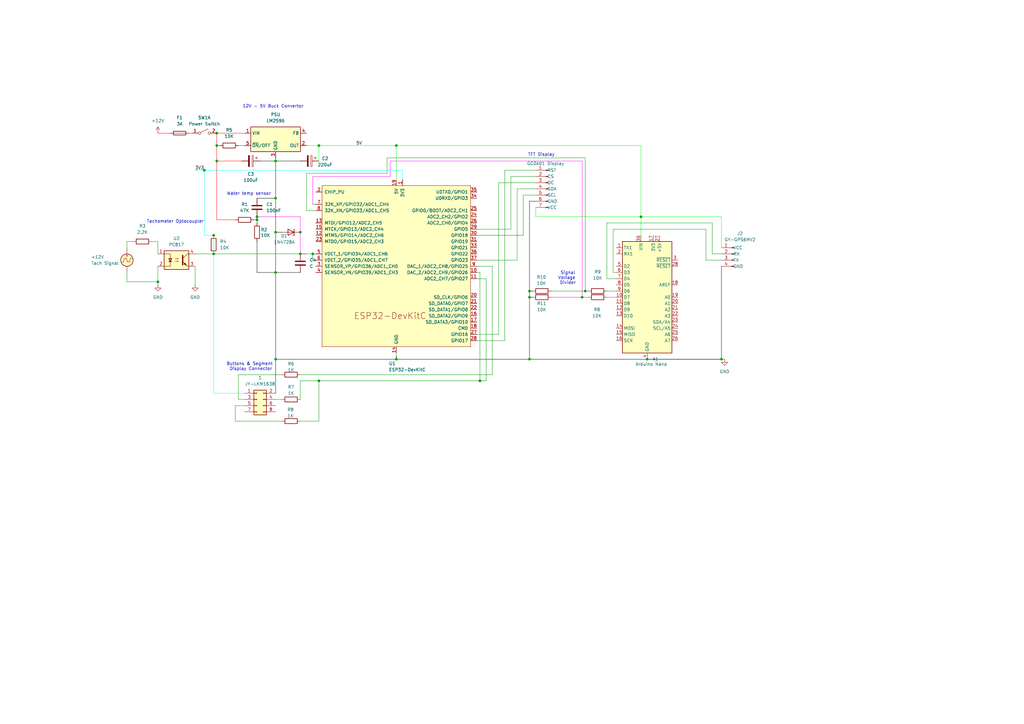
<source format=kicad_sch>
(kicad_sch (version 20250114) (generator "eeschema") (generator_version "9.0")
  (paper "A3")
  (title_block (title "Miata Dash") (date "2025-12-04") (rev "1"))
  (lib_symbols
    (symbol "Connector:Conn_01x04_Pin" (pin_names (offset 1.016))
      (property "Reference" "J2" (at 0.635 7.62 0))
      (property "Value" "GY-GPS6MV2" (at 0.635 5.08 0))
      (symbol "Conn_01x04_Pin_1_1"
        (rectangle (start 0.8636 2.667) (end 0 2.413) (stroke (width 0.1524)) (fill (type outline)))
        (rectangle (start 0.8636 0.127) (end 0 -0.127) (stroke (width 0.1524)) (fill (type outline)))
        (rectangle (start 0.8636 -2.413) (end 0 -2.667) (stroke (width 0.1524)) (fill (type outline)))
        (rectangle (start 0.8636 -4.953) (end 0 -5.207) (stroke (width 0.1524)) (fill (type outline)))
        (polyline (pts (xy 1.27 2.54) (xy 0.8636 2.54)) (stroke (width 0.1524)))
        (polyline (pts (xy 1.27 0) (xy 0.8636 0)) (stroke (width 0.1524)))
        (polyline (pts (xy 1.27 -2.54) (xy 0.8636 -2.54)) (stroke (width 0.1524)))
        (polyline (pts (xy 1.27 -5.08) (xy 0.8636 -5.08)) (stroke (width 0.1524)))
        (pin passive line (at 5.08 2.54 180) (length 3.81) (name "VCC") (number "1"))
        (pin passive line (at 5.08 0 180) (length 3.81) (name "RX") (number "2"))
        (pin passive line (at 5.08 -2.54 180) (length 3.81) (name "TX") (number "3"))
        (pin passive line (at 5.08 -5.08 180) (length 3.81) (name "GND") (number "4"))
      )
    )
    (symbol "Connector:Conn_01x07_Pin" (pin_names (offset 1.016))
      (property "Value" "GC0A01 Display" (at 0.635 10.16 0))
      (symbol "Conn_01x07_Pin_1_1"
        (rectangle (start 0.8636 7.747) (end 0 7.493) (stroke (width 0.1524)) (fill (type outline)))
        (rectangle (start 0.8636 5.207) (end 0 4.953) (stroke (width 0.1524)) (fill (type outline)))
        (rectangle (start 0.8636 2.667) (end 0 2.413) (stroke (width 0.1524)) (fill (type outline)))
        (rectangle (start 0.8636 0.127) (end 0 -0.127) (stroke (width 0.1524)) (fill (type outline)))
        (rectangle (start 0.8636 -2.413) (end 0 -2.667) (stroke (width 0.1524)) (fill (type outline)))
        (rectangle (start 0.8636 -4.953) (end 0 -5.207) (stroke (width 0.1524)) (fill (type outline)))
        (rectangle (start 0.8636 -7.493) (end 0 -7.747) (stroke (width 0.1524)) (fill (type outline)))
        (polyline (pts (xy 1.27 7.62) (xy 0.8636 7.62)) (stroke (width 0.1524)))
        (polyline (pts (xy 1.27 5.08) (xy 0.8636 5.08)) (stroke (width 0.1524)))
        (polyline (pts (xy 1.27 2.54) (xy 0.8636 2.54)) (stroke (width 0.1524)))
        (polyline (pts (xy 1.27 0) (xy 0.8636 0)) (stroke (width 0.1524)))
        (polyline (pts (xy 1.27 -2.54) (xy 0.8636 -2.54)) (stroke (width 0.1524)))
        (polyline (pts (xy 1.27 -5.08) (xy 0.8636 -5.08)) (stroke (width 0.1524)))
        (polyline (pts (xy 1.27 -7.62) (xy 0.8636 -7.62)) (stroke (width 0.1524)))
        (pin passive line (at 5.08 7.62 180) (length 3.81) (name "RST") (number "1"))
        (pin passive line (at 5.08 5.08 180) (length 3.81) (name "CS") (number "2"))
        (pin passive line (at 5.08 2.54 180) (length 3.81) (name "DC") (number "3"))
        (pin passive line (at 5.08 0 180) (length 3.81) (name "SDA") (number "4"))
        (pin passive line (at 5.08 -2.54 180) (length 3.81) (name "SCL") (number "5"))
        (pin passive line (at 5.08 -5.08 180) (length 3.81) (name "GND") (number "6"))
        (pin passive line (at 5.08 -7.62 180) (length 3.81) (name "VCC") (number "7"))
      )
    )
    (symbol "Device:C" (pin_numbers (hide yes)) (pin_names (offset 0.254))
      (property "Reference" "C" (at 0.635 2.54 0))
      (property "Value" "C" (at 0.635 -2.54 0))
      (symbol "C_0_1"
        (polyline (pts (xy -2.032 0.762) (xy 2.032 0.762)) (stroke (width 0.508)))
        (polyline (pts (xy -2.032 -0.762) (xy 2.032 -0.762)) (stroke (width 0.508)))
      )
      (symbol "C_1_1"
        (pin passive line (at 0 3.81 270) (length 2.794) (name "~") (number "1"))
        (pin passive line (at 0 -3.81 90) (length 2.794) (name "~") (number "2"))
      )
    )
    (symbol "Device:C_Polarized" (pin_numbers (hide yes)) (pin_names (offset 0.254))
      (property "Reference" "C" (at 0.635 2.54 0))
      (property "Value" "C_Polarized" (at 0.635 -2.54 0))
      (symbol "C_Polarized_0_1"
        (rectangle (start -2.286 0.508) (end 2.286 1.016))
        (polyline (pts (xy -1.778 2.286) (xy -0.762 2.286)))
        (polyline (pts (xy -1.27 2.794) (xy -1.27 1.778)))
        (rectangle (start 2.286 -0.508) (end -2.286 -1.016) (fill (type outline)))
      )
      (symbol "C_Polarized_1_1"
        (pin passive line (at 0 3.81 270) (length 2.794) (name "~") (number "1"))
        (pin passive line (at 0 -3.81 90) (length 2.794) (name "~") (number "2"))
      )
    )
    (symbol "Device:Fuse" (pin_numbers (hide yes)) (pin_names (offset 0))
      (property "Reference" "F" (at 2.032 0 90))
      (property "Value" "Fuse" (at -1.905 0 90))
      (symbol "Fuse_0_1"
        (rectangle (start -0.762 -2.54) (end 0.762 2.54) (stroke (width 0.254)))
        (polyline (pts (xy 0 2.54) (xy 0 -2.54)))
      )
      (symbol "Fuse_1_1"
        (pin passive line (at 0 3.81 270) (length 1.27) (name "~") (number "1"))
        (pin passive line (at 0 -3.81 90) (length 1.27) (name "~") (number "2"))
      )
    )
    (symbol "Device:R" (pin_numbers (hide yes)) (pin_names (offset 0))
      (property "Reference" "R" (at 2.032 0 90))
      (property "Value" "R" (at 0 0 90))
      (symbol "R_0_1"
        (rectangle (start -1.016 -2.54) (end 1.016 2.54) (stroke (width 0.254)))
      )
      (symbol "R_1_1"
        (pin passive line (at 0 3.81 270) (length 1.27) (name "~") (number "1"))
        (pin passive line (at 0 -3.81 90) (length 1.27) (name "~") (number "2"))
      )
    )
    (symbol "Diode:1N47xxA" (pin_numbers (hide yes)) (pin_names (hide yes))
      (property "Reference" "D" (at 0 2.54 0))
      (property "Value" "1N47xxA" (at 0 -2.54 0))
      (symbol "1N47xxA_0_1"
        (polyline (pts (xy -1.27 -1.27) (xy -1.27 1.27) (xy -0.762 1.27)) (stroke (width 0.254)))
        (polyline (pts (xy 1.27 0) (xy -1.27 0)))
        (polyline (pts (xy 1.27 -1.27) (xy 1.27 1.27) (xy -1.27 0) (xy 1.27 -1.27)) (stroke (width 0.254)))
      )
      (symbol "1N47xxA_1_1"
        (pin passive line (at -3.81 0 0) (length 2.54) (name "K") (number "1"))
        (pin passive line (at 3.81 0 180) (length 2.54) (name "A") (number "2"))
      )
    )
    (symbol "Isolator:PC817" (pin_names (offset 1.016))
      (property "Reference" "U" (at -5.08 5.08 0))
      (property "Value" "PC817" (at 0 5.08 0))
      (symbol "PC817_0_1"
        (rectangle (start -5.08 3.81) (end 5.08 -3.81) (stroke (width 0.254)) (fill (type background)))
        (polyline (pts (xy -5.08 2.54) (xy -2.54 2.54) (xy -2.54 -0.635)))
        (polyline (pts (xy -3.175 -0.635) (xy -1.905 -0.635)) (stroke (width 0.254)))
        (polyline (pts (xy -2.54 -0.635) (xy -2.54 -2.54) (xy -5.08 -2.54)))
        (polyline (pts (xy -2.54 -0.635) (xy -3.175 0.635) (xy -1.905 0.635) (xy -2.54 -0.635)) (stroke (width 0.254)))
        (polyline (pts (xy -0.508 0.508) (xy 0.762 0.508) (xy 0.381 0.381) (xy 0.381 0.635) (xy 0.762 0.508)))
        (polyline (pts (xy -0.508 -0.508) (xy 0.762 -0.508) (xy 0.381 -0.635) (xy 0.381 -0.381) (xy 0.762 -0.508)))
        (polyline (pts (xy 2.54 1.905) (xy 2.54 -1.905)) (stroke (width 0.508)))
        (polyline (pts (xy 2.54 0.635) (xy 4.445 2.54)))
        (polyline (pts (xy 3.048 -1.651) (xy 3.556 -1.143) (xy 4.064 -2.159) (xy 3.048 -1.651)) (fill (type outline)))
        (polyline (pts (xy 4.445 2.54) (xy 5.08 2.54)))
        (polyline (pts (xy 4.445 -2.54) (xy 2.54 -0.635)) (fill (type outline)))
        (polyline (pts (xy 4.445 -2.54) (xy 5.08 -2.54)))
      )
      (symbol "PC817_1_1"
        (pin passive line (at -7.62 2.54 0) (length 2.54) (name "~") (number "1"))
        (pin passive line (at -7.62 -2.54 0) (length 2.54) (name "~") (number "2"))
        (pin passive line (at 7.62 2.54 180) (length 2.54) (name "~") (number "4"))
        (pin passive line (at 7.62 -2.54 180) (length 2.54) (name "~") (number "3"))
      )
    )
    (symbol "MCU_Module:Arduino_Nano_Every"
      (property "Reference" "A" (at -10.16 23.495 0))
      (property "Value" "Arduino_Nano_Every" (at 5.08 -24.13 0))
      (symbol "Arduino_Nano_Every_0_1"
        (rectangle (start -10.16 22.86) (end 10.16 -22.86) (stroke (width 0.254)) (fill (type background)))
      )
      (symbol "Arduino_Nano_Every_1_1"
        (pin bidirectional line (at -12.7 20.32 0) (length 2.54) (name "TX1") (number "1"))
        (pin bidirectional line (at -12.7 17.78 0) (length 2.54) (name "RX1") (number "2"))
        (pin bidirectional line (at -12.7 12.7 0) (length 2.54) (name "D2") (number "5"))
        (pin bidirectional line (at -12.7 10.16 0) (length 2.54) (name "D3") (number "6"))
        (pin bidirectional line (at -12.7 7.62 0) (length 2.54) (name "D4") (number "7"))
        (pin bidirectional line (at -12.7 5.08 0) (length 2.54) (name "D5") (number "8"))
        (pin bidirectional line (at -12.7 2.54 0) (length 2.54) (name "D6") (number "9"))
        (pin bidirectional line (at -12.7 0 0) (length 2.54) (name "D7") (number "10"))
        (pin bidirectional line (at -12.7 -2.54 0) (length 2.54) (name "D8") (number "11"))
        (pin bidirectional line (at -12.7 -5.08 0) (length 2.54) (name "D9") (number "12"))
        (pin bidirectional line (at -12.7 -7.62 0) (length 2.54) (name "D10") (number "13"))
        (pin bidirectional line (at -12.7 -12.7 0) (length 2.54) (name "MOSI") (number "14"))
        (pin bidirectional line (at -12.7 -15.24 0) (length 2.54) (name "MISO") (number "15"))
        (pin bidirectional line (at -12.7 -17.78 0) (length 2.54) (name "SCK") (number "16"))
        (pin power_in line (at -2.54 25.4 270) (length 2.54) (name "VIN") (number "30"))
        (pin passive line (at 0 -25.4 90) (length 2.54) (hide yes) (name "GND") (number "29"))
        (pin power_in line (at 0 -25.4 90) (length 2.54) (name "GND") (number "4"))
        (pin power_out line (at 2.54 25.4 270) (length 2.54) (name "3V3") (number "17"))
        (pin power_out line (at 5.08 25.4 270) (length 2.54) (name "+5V") (number "27"))
        (pin input line (at 12.7 15.24 180) (length 2.54) (name "~{RESET}") (number "3"))
        (pin input line (at 12.7 12.7 180) (length 2.54) (name "~{RESET}") (number "28"))
        (pin input line (at 12.7 5.08 180) (length 2.54) (name "AREF") (number "18"))
        (pin bidirectional line (at 12.7 0 180) (length 2.54) (name "A0") (number "19"))
        (pin bidirectional line (at 12.7 -2.54 180) (length 2.54) (name "A1") (number "20"))
        (pin bidirectional line (at 12.7 -5.08 180) (length 2.54) (name "A2") (number "21"))
        (pin bidirectional line (at 12.7 -7.62 180) (length 2.54) (name "A3") (number "22"))
        (pin bidirectional line (at 12.7 -10.16 180) (length 2.54) (name "SDA/A4") (number "23"))
        (pin bidirectional line (at 12.7 -12.7 180) (length 2.54) (name "SCL/A5") (number "24"))
        (pin bidirectional line (at 12.7 -15.24 180) (length 2.54) (name "A6") (number "25"))
        (pin bidirectional line (at 12.7 -17.78 180) (length 2.54) (name "A7") (number "26"))
      )
    )
    (symbol "PCM_Espressif:ESP32-DevKitC" (pin_names (offset 1.016))
      (property "Reference" "U" (at -30.48 38.1 0))
      (property "Value" "ESP32-DevKitC" (at -30.48 35.56 0))
      (symbol "ESP32-DevKitC_0_0"
        (text "ESP32-DevKitC" (at -2.54 -20.32 0) (effects (font (size 2.54 2.54))))
        (pin power_in line (at 0 35.56 270) (length 2.54) (name "5V") (number "19"))
        (pin power_in line (at 0 -35.56 90) (length 2.54) (name "GND") (number "14"))
      )
      (symbol "ESP32-DevKitC_0_1"
        (rectangle (start -30.48 33.02) (end 30.48 -33.02) (fill (type background)))
      )
      (symbol "ESP32-DevKitC_1_1"
        (pin input line (at -33.02 30.48 0) (length 2.54) (name "CHIP_PU") (number "2"))
        (pin bidirectional line (at -33.02 25.4 0) (length 2.54) (name "32K_XP/GPIO32/ADC1_CH4") (number "7"))
        (pin bidirectional line (at -33.02 22.86 0) (length 2.54) (name "32K_XN/GPIO33/ADC1_CH5") (number "8"))
        (pin bidirectional line (at -33.02 17.78 0) (length 2.54) (name "MTDI/GPIO12/ADC2_CH5") (number "13"))
        (pin bidirectional line (at -33.02 15.24 0) (length 2.54) (name "MTCK/GPIO13/ADC2_CH4") (number "15"))
        (pin bidirectional line (at -33.02 12.7 0) (length 2.54) (name "MTMS/GPIO14/ADC2_CH6") (number "12"))
        (pin bidirectional line (at -33.02 10.16 0) (length 2.54) (name "MTDO/GPIO15/ADC2_CH3") (number "23"))
        (pin input line (at -33.02 5.08 0) (length 2.54) (name "VDET_1/GPIO34/ADC1_CH6") (number "5"))
        (pin input line (at -33.02 2.54 0) (length 2.54) (name "VDET_2/GPIO35/ADC1_CH7") (number "6"))
        (pin input line (at -33.02 0 0) (length 2.54) (name "SENSOR_VP/GPIO36/ADC1_CH0") (number "3"))
        (pin input line (at -33.02 -2.54 0) (length 2.54) (name "SENSOR_VN/GPIO39/ADC1_CH3") (number "4"))
        (pin passive line (at 0 -35.56 90) (length 2.54) (hide yes) (name "GND") (number "32"))
        (pin passive line (at 0 -35.56 90) (length 2.54) (hide yes) (name "GND") (number "38"))
        (pin power_in line (at 2.54 35.56 270) (length 2.54) (name "3V3") (number "1"))
        (pin bidirectional line (at 33.02 30.48 180) (length 2.54) (name "U0TXD/GPIO1") (number "35"))
        (pin bidirectional line (at 33.02 27.94 180) (length 2.54) (name "U0RXD/GPIO3") (number "34"))
        (pin bidirectional line (at 33.02 22.86 180) (length 2.54) (name "GPIO0/BOOT/ADC2_CH1") (number "25"))
        (pin bidirectional line (at 33.02 20.32 180) (length 2.54) (name "ADC2_CH2/GPIO2") (number "24"))
        (pin bidirectional line (at 33.02 17.78 180) (length 2.54) (name "ADC2_CH0/GPIO4") (number "26"))
        (pin bidirectional line (at 33.02 15.24 180) (length 2.54) (name "GPIO5") (number "29"))
        (pin bidirectional line (at 33.02 12.7 180) (length 2.54) (name "GPIO18") (number "30"))
        (pin bidirectional line (at 33.02 10.16 180) (length 2.54) (name "GPIO19") (number "31"))
        (pin bidirectional line (at 33.02 7.62 180) (length 2.54) (name "GPIO21") (number "33"))
        (pin bidirectional line (at 33.02 5.08 180) (length 2.54) (name "GPIO22") (number "36"))
        (pin bidirectional line (at 33.02 2.54 180) (length 2.54) (name "GPIO23") (number "37"))
        (pin bidirectional line (at 33.02 0 180) (length 2.54) (name "DAC_1/ADC2_CH8/GPIO25") (number "9"))
        (pin bidirectional line (at 33.02 -2.54 180) (length 2.54) (name "DAC_2/ADC2_CH9/GPIO26") (number "10"))
        (pin bidirectional line (at 33.02 -5.08 180) (length 2.54) (name "ADC2_CH7/GPIO27") (number "11"))
        (pin bidirectional line (at 33.02 -12.7 180) (length 2.54) (name "SD_CLK/GPIO6") (number "20"))
        (pin bidirectional line (at 33.02 -15.24 180) (length 2.54) (name "SD_DATA0/GPIO7") (number "21"))
        (pin bidirectional line (at 33.02 -17.78 180) (length 2.54) (name "SD_DATA1/GPIO8") (number "22"))
        (pin bidirectional line (at 33.02 -20.32 180) (length 2.54) (name "SD_DATA2/GPIO9") (number "16"))
        (pin bidirectional line (at 33.02 -22.86 180) (length 2.54) (name "SD_DATA3/GPIO10") (number "17"))
        (pin bidirectional line (at 33.02 -25.4 180) (length 2.54) (name "CMD") (number "18"))
        (pin bidirectional line (at 33.02 -27.94 180) (length 2.54) (name "GPIO16") (number "27"))
        (pin bidirectional line (at 33.02 -30.48 180) (length 2.54) (name "GPIO17") (number "28"))
      )
    )
    (symbol "Regulator_Switching:LM2596S-5"
      (property "Reference" "U" (at -10.16 6.35 0))
      (property "Value" "LM2596S-5" (at 0 6.35 0))
      (symbol "LM2596S-5_0_1"
        (rectangle (start -10.16 5.08) (end 10.16 -5.08) (stroke (width 0.254)) (fill (type background)))
      )
      (symbol "LM2596S-5_1_1"
        (pin power_in line (at -12.7 2.54 0) (length 2.54) (name "VIN") (number "1"))
        (pin input line (at -12.7 -2.54 0) (length 2.54) (name "~{ON}/OFF") (number "5"))
        (pin power_in line (at 0 -7.62 90) (length 2.54) (name "GND") (number "3"))
        (pin input line (at 12.7 2.54 180) (length 2.54) (name "FB") (number "4"))
        (pin output line (at 12.7 -2.54 180) (length 2.54) (name "OUT") (number "2"))
      )
    )
    (symbol "Simulation_SPICE:VPULSE" (pin_numbers (hide yes)) (pin_names (offset 0.0254))
      (property "Reference" "V" (at 2.54 2.54 0))
      (property "Value" "VPULSE" (at 2.54 0 0))
      (property "Sim.Params" "y1=0 y2=1 td=2n tr=2n tf=2n tw=50n per=100n" (at 2.54 -2.54 0))
      (symbol "VPULSE_0_0"
        (polyline (pts (xy -2.032 -0.762) (xy -1.397 -0.762) (xy -1.143 0.762) (xy -0.127 0.762) (xy 0.127 -0.762) (xy 1.143 -0.762) (xy 1.397 0.762) (xy 2.032 0.762)))
        (text "+" (at 0 1.905 0) (effects (font (size 1.27 1.27))))
      )
      (symbol "VPULSE_0_1"
        (circle (center 0 0) (radius 2.54) (stroke (width 0.254)) (fill (type background)))
      )
      (symbol "VPULSE_1_1"
        (pin passive line (at 0 5.08 270) (length 2.54) (name "~") (number "1"))
        (pin passive line (at 0 -5.08 90) (length 2.54) (name "~") (number "2"))
      )
    )
    (symbol "Switch:SW_DPST_x2" (pin_names (offset 0) (hide yes))
      (property "Reference" "SW" (at 0 3.175 0))
      (property "Value" "SW_DPST_x2" (at 0 -2.54 0))
      (symbol "SW_DPST_x2_0_0"
        (circle (center -2.032 0) (radius 0.508))
        (polyline (pts (xy -1.524 0.254) (xy 1.524 1.778)))
        (circle (center 2.032 0) (radius 0.508))
      )
      (symbol "SW_DPST_x2_1_1"
        (pin passive line (at -5.08 0 0) (length 2.54) (name "A") (number "1"))
        (pin passive line (at 5.08 0 180) (length 2.54) (name "B") (number "2"))
      )
      (symbol "SW_DPST_x2_2_1"
        (pin passive line (at -5.08 0 0) (length 2.54) (name "A") (number "3"))
        (pin passive line (at 5.08 0 180) (length 2.54) (name "B") (number "4"))
      )
    )
    (symbol "User:JY-LKM1638" (pin_names (offset 1.016) (hide yes))
      (property "Value" "JY-LKM1638" (at 1.27 -7.62 0))
      (symbol "JY-LKM1638_1_1"
        (rectangle (start -1.27 3.81) (end 3.81 -6.35) (stroke (width 0.254)) (fill (type background)))
        (rectangle (start -1.27 2.667) (end 0 2.413) (stroke (width 0.1524)))
        (rectangle (start -1.27 0.127) (end 0 -0.127) (stroke (width 0.1524)))
        (rectangle (start -1.27 -2.413) (end 0 -2.667) (stroke (width 0.1524)))
        (rectangle (start -1.27 -4.953) (end 0 -5.207) (stroke (width 0.1524)))
        (rectangle (start 3.81 2.667) (end 2.54 2.413) (stroke (width 0.1524)))
        (rectangle (start 3.81 0.127) (end 2.54 -0.127) (stroke (width 0.1524)))
        (rectangle (start 3.81 -2.413) (end 2.54 -2.667) (stroke (width 0.1524)))
        (rectangle (start 3.81 -4.953) (end 2.54 -5.207) (stroke (width 0.1524)))
        (pin passive line (at -5.08 2.54 0) (length 3.81) (name "VCC") (number "1"))
        (pin passive line (at -5.08 0 0) (length 3.81) (name "CLK") (number "3"))
        (pin passive line (at -5.08 -2.54 0) (length 3.81) (name "STB0") (number "5"))
        (pin passive line (at -5.08 -5.08 0) (length 3.81) (name "STB3") (number "7"))
        (pin passive line (at 7.62 2.54 180) (length 3.81) (name "GND") (number "2"))
        (pin passive line (at 7.62 0 180) (length 3.81) (name "DIO") (number "4"))
        (pin passive line (at 7.62 -2.54 180) (length 3.81) (name "STB1") (number "6"))
        (pin passive line (at 7.62 -5.08 180) (length 3.81) (name "STB2") (number "8"))
      )
    )
    (symbol "power:+12V" (power) (pin_numbers (hide yes)) (pin_names (offset 0) (hide yes))
      (property "Value" "+12V" (at 0 3.556 0))
      (symbol "+12V_0_1"
        (polyline (pts (xy -0.762 1.27) (xy 0 2.54)))
        (polyline (pts (xy 0 2.54) (xy 0.762 1.27)))
        (polyline (pts (xy 0 0) (xy 0 2.54)))
      )
      (symbol "+12V_1_1"
        (pin power_in line (at 0 0 90) (length 0) (name "~") (number "1"))
      )
    )
    (symbol "power:GND" (power) (pin_numbers (hide yes)) (pin_names (offset 0) (hide yes))
      (property "Value" "GND" (at 0 -3.81 0))
      (symbol "GND_0_1"
        (polyline (pts (xy 0 0) (xy 0 -1.27) (xy 1.27 -1.27) (xy 0 -2.54) (xy -1.27 -1.27) (xy 0 -1.27)))
      )
      (symbol "GND_1_1"
        (pin power_in line (at 0 0 270) (length 0) (name "~") (number "1"))
      )
    )
  )
  (text "Buttons & Segment \nDisplay Connector" (at 102.87 150.368 0) (effects (font (size 1.27 1.27))))
  (text "Tachometer Optocoupler" (at 71.882 90.932 0) (effects (font (size 1.27 1.27))))
  (text "TFT Display" (at 221.996 63.5 0) (effects (font (size 1.27 1.27))))
  (text "12V - 5V Buck Convertor" (at 112.014 43.688 0) (effects (font (size 1.27 1.27))))
  (text "Water temp sensor" (at 102.108 79.502 0) (effects (font (size 1.27 1.27))))
  (text "Signal\nVoltage \nDivider" (at 232.918 114.046 0) (effects (font (size 1.27 1.27))))
  (junction (at 113.03 81.28))
  (junction (at 113.03 111.76))
  (junction (at 130.81 59.69))
  (junction (at 88.9 54.61))
  (junction (at 83.82 69.85))
  (junction (at 128.27 104.14))
  (junction (at 123.19 104.14))
  (junction (at 217.17 119.38))
  (junction (at 265.43 147.32))
  (junction (at 105.41 90.17))
  (junction (at 217.17 147.32))
  (junction (at 123.19 95.25))
  (junction (at 88.9 66.04))
  (junction (at 113.03 66.04))
  (junction (at 87.63 96.52))
  (junction (at 162.56 147.32))
  (junction (at 196.85 156.21))
  (junction (at 240.03 119.38))
  (junction (at 105.41 88.9))
  (junction (at 88.9 59.69))
  (junction (at 87.63 104.14))
  (junction (at 295.91 147.32))
  (junction (at 64.77 115.57))
  (junction (at 113.03 147.32))
  (junction (at 262.89 88.9))
  (junction (at 217.17 121.92))
  (junction (at 113.03 95.25))
  (junction (at 238.76 121.92))
  (junction (at 162.56 59.69))
  (junction (at 130.81 156.21))
  (wire (pts (xy 207.01 69.85) (xy 207.01 139.7)))
  (wire (pts (xy 212.09 106.68) (xy 195.58 106.68)))
  (wire (pts (xy 248.92 119.38) (xy 252.73 119.38)))
  (wire (pts (xy 88.9 90.17) (xy 96.52 90.17)) (stroke (width 0) (color 255 0 0 1)))
  (wire (pts (xy 64.77 99.06) (xy 62.23 99.06)))
  (wire (pts (xy 158.75 71.12) (xy 158.75 64.77)))
  (wire (pts (xy 238.76 66.04) (xy 238.76 121.92)) (stroke (width 0) (color 255 0 255 1)))
  (wire (pts (xy 88.9 59.69) (xy 88.9 54.61)) (stroke (width 0) (color 255 0 0 1)))
  (wire (pts (xy 219.71 82.55) (xy 217.17 82.55)) (stroke (width 0) (color 0 0 0 1)))
  (wire (pts (xy 212.09 77.47) (xy 212.09 106.68)))
  (wire (pts (xy 219.71 88.9) (xy 219.71 85.09)) (stroke (width 0) (color 0 255 0 1)))
  (wire (pts (xy 88.9 66.04) (xy 99.06 66.04)) (stroke (width 0) (color 255 0 0 1)))
  (wire (pts (xy 97.79 153.67) (xy 115.57 153.67)))
  (wire (pts (xy 295.91 147.32) (xy 265.43 147.32)))
  (wire (pts (xy 113.03 147.32) (xy 113.03 161.29)) (stroke (width 0) (color 0 0 0 1)))
  (wire (pts (xy 219.71 77.47) (xy 212.09 77.47)))
  (wire (pts (xy 123.19 104.14) (xy 128.27 104.14)))
  (wire (pts (xy 226.06 121.92) (xy 238.76 121.92)) (stroke (width 0) (color 255 0 255 1)))
  (wire (pts (xy 113.03 111.76) (xy 113.03 147.32)) (stroke (width 0) (color 0 0 0 1)))
  (wire (pts (xy 123.19 88.9) (xy 123.19 95.25)) (stroke (width 0) (color 255 0 255 1)))
  (wire (pts (xy 97.79 59.69) (xy 100.33 59.69)))
  (wire (pts (xy 87.63 96.52) (xy 83.82 96.52)) (stroke (width 0) (color 0 255 255 1)))
  (wire (pts (xy 87.63 104.14) (xy 123.19 104.14)))
  (wire (pts (xy 128.27 83.82) (xy 128.27 72.39)) (stroke (width 0) (color 255 0 255 1)))
  (wire (pts (xy 113.03 111.76) (xy 123.19 111.76)) (stroke (width 0) (color 0 0 0 1)))
  (wire (pts (xy 77.47 54.61) (xy 78.74 54.61)) (stroke (width 0) (color 255 0 0 1)))
  (wire (pts (xy 113.03 66.04) (xy 113.03 81.28)) (stroke (width 0) (color 0 0 0 1)))
  (wire (pts (xy 240.03 64.77) (xy 240.03 119.38)))
  (wire (pts (xy 113.03 95.25) (xy 113.03 81.28)) (stroke (width 0) (color 0 0 0 1)))
  (wire (pts (xy 96.52 172.72) (xy 96.52 166.37)))
  (wire (pts (xy 204.47 74.93) (xy 204.47 137.16)))
  (wire (pts (xy 88.9 54.61) (xy 100.33 54.61)) (stroke (width 0) (color 255 0 0 1)))
  (wire (pts (xy 240.03 119.38) (xy 241.3 119.38)))
  (wire (pts (xy 199.39 114.3) (xy 199.39 156.21)))
  (wire (pts (xy 248.92 121.92) (xy 252.73 121.92)) (stroke (width 0) (color 255 0 255 1)))
  (wire (pts (xy 217.17 147.32) (xy 265.43 147.32)) (stroke (width 0) (color 0 0 0 1)))
  (wire (pts (xy 97.79 163.83) (xy 100.33 163.83)))
  (wire (pts (xy 251.46 93.98) (xy 251.46 111.76)))
  (wire (pts (xy 113.03 64.77) (xy 113.03 66.04)) (stroke (width 0) (color 0 0 0 1)))
  (wire (pts (xy 125.73 86.36) (xy 125.73 71.12)))
  (wire (pts (xy 248.92 114.3) (xy 252.73 114.3)))
  (wire (pts (xy 105.41 90.17) (xy 105.41 88.9)))
  (wire (pts (xy 295.91 104.14) (xy 292.1 104.14)))
  (wire (pts (xy 64.77 54.61) (xy 69.85 54.61)) (stroke (width 0) (color 255 0 0 1)))
  (wire (pts (xy 52.07 111.76) (xy 52.07 115.57)))
  (wire (pts (xy 123.19 172.72) (xy 130.81 172.72)))
  (wire (pts (xy 129.54 104.14) (xy 128.27 104.14)))
  (wire (pts (xy 219.71 72.39) (xy 209.55 72.39)))
  (wire (pts (xy 123.19 156.21) (xy 123.19 163.83)))
  (wire (pts (xy 292.1 91.44) (xy 248.92 91.44)))
  (wire (pts (xy 115.57 95.25) (xy 113.03 95.25)) (stroke (width 0) (color 0 0 0 1)))
  (wire (pts (xy 262.89 59.69) (xy 262.89 88.9)) (stroke (width 0) (color 0 255 0 1)))
  (wire (pts (xy 96.52 172.72) (xy 115.57 172.72)))
  (wire (pts (xy 226.06 119.38) (xy 240.03 119.38)))
  (wire (pts (xy 251.46 111.76) (xy 252.73 111.76)))
  (wire (pts (xy 80.01 69.85) (xy 83.82 69.85)) (stroke (width 0) (color 0 255 255 1)))
  (wire (pts (xy 52.07 101.6) (xy 52.07 99.06)))
  (wire (pts (xy 218.44 119.38) (xy 217.17 119.38)) (stroke (width 0) (color 0 0 0 1)))
  (wire (pts (xy 209.55 72.39) (xy 209.55 93.98)))
  (wire (pts (xy 162.56 147.32) (xy 217.17 147.32)) (stroke (width 0) (color 0 0 0 1)))
  (wire (pts (xy 160.02 72.39) (xy 160.02 66.04)) (stroke (width 0) (color 255 0 255 1)))
  (wire (pts (xy 105.41 88.9) (xy 105.41 90.17)) (stroke (width 0) (color 255 0 237 1)))
  (wire (pts (xy 162.56 59.69) (xy 162.56 73.66)) (stroke (width 0) (color 0 255 0 1)))
  (wire (pts (xy 64.77 99.06) (xy 64.77 104.14)))
  (wire (pts (xy 83.82 69.85) (xy 83.82 96.52)) (stroke (width 0) (color 0 255 255 1)))
  (wire (pts (xy 105.41 99.06) (xy 105.41 111.76)) (stroke (width 0) (color 0 0 0 1)))
  (wire (pts (xy 83.82 69.85) (xy 165.1 69.85)) (stroke (width 0) (color 0 255 255 1)))
  (wire (pts (xy 195.58 137.16) (xy 204.47 137.16)))
  (wire (pts (xy 106.68 66.04) (xy 113.03 66.04)) (stroke (width 0) (color 0 0 0 1)))
  (wire (pts (xy 295.91 88.9) (xy 295.91 101.6)) (stroke (width 0) (color 0 255 0 1)))
  (wire (pts (xy 219.71 69.85) (xy 207.01 69.85)))
  (wire (pts (xy 123.19 153.67) (xy 201.93 153.67)))
  (wire (pts (xy 125.73 59.69) (xy 130.81 59.69)) (stroke (width 0) (color 0 255 0 1)))
  (wire (pts (xy 97.79 153.67) (xy 97.79 163.83)))
  (wire (pts (xy 113.03 163.83) (xy 115.57 163.83)))
  (wire (pts (xy 105.41 111.76) (xy 113.03 111.76)) (stroke (width 0) (color 0 0 0 1)))
  (wire (pts (xy 130.81 66.04) (xy 130.81 59.69)) (stroke (width 0) (color 0 255 0 1)))
  (wire (pts (xy 214.63 80.01) (xy 214.63 96.52)))
  (wire (pts (xy 217.17 119.38) (xy 217.17 121.92)) (stroke (width 0) (color 0 0 0 1)))
  (wire (pts (xy 123.19 156.21) (xy 130.81 156.21)))
  (wire (pts (xy 217.17 121.92) (xy 217.17 147.32)) (stroke (width 0) (color 0 0 0 1)))
  (wire (pts (xy 248.92 91.44) (xy 248.92 114.3)))
  (wire (pts (xy 87.63 104.14) (xy 87.63 161.29)) (stroke (width 0) (color 0 255 255 1)))
  (wire (pts (xy 104.14 90.17) (xy 105.41 90.17)))
  (wire (pts (xy 113.03 147.32) (xy 162.56 147.32)) (stroke (width 0) (color 0 0 0 1)))
  (wire (pts (xy 105.41 88.9) (xy 123.19 88.9)) (stroke (width 0) (color 255 0 237 1)))
  (wire (pts (xy 297.18 147.32) (xy 295.91 147.32)))
  (wire (pts (xy 196.85 156.21) (xy 199.39 156.21)))
  (wire (pts (xy 295.91 147.32) (xy 295.91 109.22)) (stroke (width 0) (color 0 0 0 1)))
  (wire (pts (xy 262.89 88.9) (xy 262.89 96.52)) (stroke (width 0) (color 0 255 0 1)))
  (wire (pts (xy 160.02 66.04) (xy 238.76 66.04)) (stroke (width 0) (color 255 0 255 1)))
  (wire (pts (xy 64.77 109.22) (xy 64.77 115.57)))
  (wire (pts (xy 130.81 156.21) (xy 196.85 156.21)))
  (wire (pts (xy 52.07 115.57) (xy 64.77 115.57)))
  (wire (pts (xy 129.54 83.82) (xy 128.27 83.82)))
  (wire (pts (xy 87.63 161.29) (xy 100.33 161.29)) (stroke (width 0) (color 0 255 255 1)))
  (wire (pts (xy 196.85 156.21) (xy 196.85 111.76)))
  (wire (pts (xy 217.17 82.55) (xy 217.17 119.38)) (stroke (width 0) (color 0 0 0 1)))
  (wire (pts (xy 128.27 106.68) (xy 128.27 104.14)))
  (wire (pts (xy 218.44 121.92) (xy 217.17 121.92)) (stroke (width 0) (color 0 0 0 1)))
  (wire (pts (xy 238.76 121.92) (xy 241.3 121.92)) (stroke (width 0) (color 255 0 255 1)))
  (wire (pts (xy 209.55 93.98) (xy 195.58 93.98)))
  (wire (pts (xy 292.1 104.14) (xy 292.1 91.44)))
  (wire (pts (xy 123.19 104.14) (xy 125.73 104.14)) (stroke (width 0) (color 255 0 255 1)))
  (wire (pts (xy 88.9 59.69) (xy 90.17 59.69)) (stroke (width 0) (color 255 0 0 1)))
  (wire (pts (xy 195.58 114.3) (xy 199.39 114.3)))
  (wire (pts (xy 262.89 88.9) (xy 295.91 88.9)) (stroke (width 0) (color 0 255 0 1)))
  (wire (pts (xy 162.56 59.69) (xy 262.89 59.69)) (stroke (width 0) (color 0 255 0 1)))
  (wire (pts (xy 105.41 81.28) (xy 113.03 81.28)) (stroke (width 0) (color 0 0 0 1)))
  (wire (pts (xy 88.9 59.69) (xy 88.9 66.04)) (stroke (width 0) (color 255 0 0 1)))
  (wire (pts (xy 130.81 172.72) (xy 130.81 156.21)))
  (wire (pts (xy 165.1 69.85) (xy 165.1 73.66)) (stroke (width 0) (color 0 255 255 1)))
  (wire (pts (xy 162.56 147.32) (xy 162.56 146.05)) (stroke (width 0) (color 0 0 0 1)))
  (wire (pts (xy 201.93 153.67) (xy 201.93 109.22)))
  (wire (pts (xy 204.47 74.93) (xy 219.71 74.93)))
  (wire (pts (xy 158.75 64.77) (xy 240.03 64.77)))
  (wire (pts (xy 262.89 88.9) (xy 219.71 88.9)) (stroke (width 0) (color 0 255 0 1)))
  (wire (pts (xy 162.56 144.78) (xy 162.56 147.32)))
  (wire (pts (xy 113.03 66.04) (xy 123.19 66.04)) (stroke (width 0) (color 0 0 0 1)))
  (wire (pts (xy 125.73 71.12) (xy 158.75 71.12)))
  (wire (pts (xy 87.63 96.52) (xy 87.63 104.14)) (stroke (width 0) (color 0 255 255 1)))
  (wire (pts (xy 289.56 106.68) (xy 289.56 93.98)))
  (wire (pts (xy 265.43 147.32) (xy 295.91 147.32)) (stroke (width 0) (color 0 0 0 1)))
  (wire (pts (xy 129.54 106.68) (xy 128.27 106.68)))
  (wire (pts (xy 80.01 109.22) (xy 80.01 116.84)))
  (wire (pts (xy 219.71 80.01) (xy 214.63 80.01)))
  (wire (pts (xy 129.54 86.36) (xy 125.73 86.36)))
  (wire (pts (xy 207.01 139.7) (xy 195.58 139.7)))
  (wire (pts (xy 123.19 95.25) (xy 123.19 104.14)) (stroke (width 0) (color 255 0 255 1)))
  (wire (pts (xy 96.52 166.37) (xy 100.33 166.37)))
  (wire (pts (xy 105.41 90.17) (xy 105.41 91.44)))
  (wire (pts (xy 295.91 106.68) (xy 289.56 106.68)))
  (wire (pts (xy 195.58 96.52) (xy 214.63 96.52)))
  (wire (pts (xy 113.03 95.25) (xy 113.03 111.76)) (stroke (width 0) (color 0 0 0 1)))
  (wire (pts (xy 195.58 109.22) (xy 201.93 109.22)))
  (wire (pts (xy 196.85 111.76) (xy 195.58 111.76)))
  (wire (pts (xy 130.81 59.69) (xy 162.56 59.69)) (stroke (width 0) (color 0 255 0 1)))
  (wire (pts (xy 64.77 115.57) (xy 64.77 116.84)))
  (wire (pts (xy 52.07 99.06) (xy 54.61 99.06)))
  (wire (pts (xy 88.9 66.04) (xy 88.9 90.17)) (stroke (width 0) (color 255 0 0 1)))
  (wire (pts (xy 128.27 72.39) (xy 160.02 72.39)) (stroke (width 0) (color 255 0 255 1)))
  (wire (pts (xy 80.01 104.14) (xy 87.63 104.14)))
  (wire (pts (xy 289.56 93.98) (xy 251.46 93.98)))
  (label "3V3" (at 80.01 69.85 0))
  (label "5V" (at 146.05 59.69 0))
  (symbol (lib_id "Device:R") (at 93.98 59.69 270) (unit 1)
    (property "Reference" "R5" (at 93.98 53.34 90))
    (property "Value" "10K" (at 93.98 55.88 90))
    (property "Description" "Resistor" (effects (hide yes)))
  )
  (symbol (lib_id "power:GND") (at 297.18 147.32 0) (unit 1)
    (property "Reference" "#PWR01" (effects (hide yes)))
    (property "Value" "GND" (at 297.18 152.4 0))
    (property "Description" "Power symbol creates a global label with name \"GND\" , ground" (effects (hide yes)))
  )
  (symbol (lib_id "Device:R") (at 222.25 121.92 90) (unit 1)
    (property "Reference" "R11" (at 220.218 124.46 90) (effects (justify right)))
    (property "Value" "10K" (at 220.218 127 90) (effects (justify right)))
    (property "Description" "Resistor" (effects (hide yes)))
  )
  (symbol (lib_id "Device:R") (at 222.25 119.38 90) (unit 1)
    (property "Reference" "R10" (at 220.091 113.665 90) (effects (justify right)))
    (property "Value" "10K" (at 220.091 116.205 90) (effects (justify right)))
    (property "Description" "Resistor" (effects (hide yes)))
  )
  (symbol (lib_id "Device:R") (at 245.11 119.38 270) (unit 1)
    (property "Reference" "R9" (at 245.11 111.506 90))
    (property "Value" "10K" (at 245.11 114.046 90))
    (property "Description" "Resistor" (effects (hide yes)))
  )
  (symbol (lib_id "Isolator:PC817") (at 72.39 106.68 0) (unit 1)
    (property "Reference" "U2" (at 72.39 97.79 0))
    (property "Value" "PC817" (at 72.39 100.33 0))
    (property "Footprint" "Package_DIP:DIP-4_W7.62mm" (effects (hide yes)))
    (property "Datasheet" "http://www.soselectronic.cz/a_info/resource/d/pc817.pdf" (effects (hide yes)))
    (property "Description" "DC Optocoupler, Vce 35V, CTR 50-300%, DIP-4" (effects (hide yes)))
  )
  (symbol (lib_id "Regulator_Switching:LM2596S-5") (at 113.03 57.15 0) (unit 1)
    (property "Reference" "PSU" (at 113.03 46.99 0))
    (property "Value" "LM2596" (at 113.03 49.53 0))
    (property "Footprint" "Package_TO_SOT_SMD:TO-263-5_TabPin3" (effects (hide yes)))
    (property "Datasheet" "http://www.ti.com/lit/ds/symlink/lm2596.pdf" (effects (hide yes)))
    (property "Description" "5V 3A Step-Down Voltage Regulator, TO-263" (effects (hide yes)))
  )
  (symbol (lib_id "Device:Fuse") (at 73.66 54.61 270) (unit 1)
    (property "Reference" "F1" (at 73.66 48.26 90))
    (property "Value" "3A" (at 73.66 50.8 90))
    (property "Description" "Fuse" (effects (hide yes)))
  )
  (symbol (lib_id "Device:R") (at 119.38 163.83 90) (unit 1)
    (property "Reference" "R7" (at 119.38 158.75 90))
    (property "Value" "1K" (at 119.38 161.29 90))
    (property "Description" "Resistor" (effects (hide yes)))
  )
  (symbol (lib_id "Connector:Conn_01x04_Pin") (at 300.99 104.14 0) (mirror y) (unit 1)
    (property "Reference" "J2" (at 303.53 95.758 0))
    (property "Value" "GY-GPS6MV2" (at 303.53 98.298 0))
    (property "Description" "Generic connector, single row, 01x04, script generated" (effects (hide yes)))
  )
  (symbol (lib_id "MCU_Module:Arduino_Nano_Every") (at 265.43 121.92 0) (unit 1)
    (property "Reference" "A1" (at 267.5733 147.32 0) (effects (justify left)))
    (property "Value" "Arduino Nano" (at 260.604 149.352 0) (effects (justify left)))
    (property "Footprint" "Module:Arduino_Nano" (effects (hide yes)))
    (property "Datasheet" "https://content.arduino.cc/assets/NANOEveryV3.0_sch.pdf" (effects (hide yes)))
    (property "Description" "Arduino Nano Every" (effects (hide yes)))
  )
  (symbol (lib_id "power:GND") (at 64.77 116.84 0) (unit 1)
    (property "Reference" "#PWR02" (effects (hide yes)))
    (property "Value" "GND" (at 64.77 121.92 0))
    (property "Description" "Power symbol creates a global label with name \"GND\" , ground" (effects (hide yes)))
  )
  (symbol (lib_id "Simulation_SPICE:VPULSE") (at 52.07 106.68 0) (unit 1)
    (property "Reference" "+12V" (at 37.338 105.41 0) (effects (justify left)))
    (property "Value" "Tach Signal" (at 37.338 107.95 0) (effects (justify left)))
    (property "Datasheet" "https://ngspice.sourceforge.io/docs/ngspice-html-manual/manual.xhtml#sec_Independent_Sources_for" (effects (hide yes)))
    (property "Description" "Voltage source, pulse" (effects (hide yes)))
    (property "Sim.Pins" "1=+ 2=-" (effects (hide yes)))
    (property "Sim.Type" "PULSE" (effects (hide yes)))
    (property "Sim.Device" "V" (effects (hide yes)))
  )
  (symbol (lib_id "User:JY-LKM1638") (at 105.41 163.83 0) (unit 1)
    (property "Reference" "1" (at 106.68 154.94 0))
    (property "Value" "JY-LKM1638" (at 106.68 157.48 0))
    (property "Description" "Generic connector, double row, 02x04, odd/even pin numbering scheme (row 1 odd numbers, row 2 even numbers), script generated (kicad-library-utils/schlib/autogen/connector/)" (effects (hide yes)))
  )
  (symbol (lib_id "Device:R") (at 58.42 99.06 90) (unit 1)
    (property "Reference" "R3" (at 58.42 92.71 90))
    (property "Value" "2.2K" (at 58.42 95.25 90))
    (property "Description" "Resistor" (effects (hide yes)))
  )
  (symbol (lib_id "Device:R") (at 119.38 153.67 90) (unit 1)
    (property "Reference" "R6" (at 117.983 149.225 90) (effects (justify right)))
    (property "Value" "1K" (at 117.983 151.765 90) (effects (justify right)))
    (property "Description" "Resistor" (effects (hide yes)))
  )
  (symbol (lib_id "Device:C") (at 105.41 85.09 0) (unit 1)
    (property "Reference" "C1" (at 109.22 83.8199 0) (effects (justify left)))
    (property "Value" "100nF" (at 109.22 86.3599 0) (effects (justify left)))
    (property "Description" "Unpolarized capacitor" (effects (hide yes)))
  )
  (symbol (lib_id "Device:R") (at 87.63 100.33 0) (unit 1)
    (property "Reference" "R4" (at 90.17 99.0599 0) (effects (justify left)))
    (property "Value" "10K" (at 90.17 101.5999 0) (effects (justify left)))
    (property "Description" "Resistor" (effects (hide yes)))
  )
  (symbol (lib_id "Device:C_Polarized") (at 127 66.04 270) (unit 1)
    (property "Reference" "C2" (at 133.35 65.024 90))
    (property "Value" "220uF" (at 133.35 67.564 90))
    (property "Description" "Polarized capacitor" (effects (hide yes)))
  )
  (symbol (lib_id "Device:C_Polarized") (at 102.87 66.04 270) (unit 1)
    (property "Reference" "C3" (at 102.87 71.374 90))
    (property "Value" "100uF" (at 102.87 73.914 90))
    (property "Description" "Polarized capacitor" (effects (hide yes)))
  )
  (symbol (lib_id "Connector:Conn_01x07_Pin") (at 224.79 77.47 0) (mirror y) (unit 1)
    (property "Reference" "J1" (effects (hide yes)))
    (property "Value" "GC0A01 Display" (at 223.774 67.056 0))
    (property "Description" "Generic connector, single row, 01x07, script generated" (effects (hide yes)))
  )
  (symbol (lib_id "Diode:1N47xxA") (at 119.38 95.25 180) (unit 1)
    (property "Reference" "D1" (at 116.586 96.774 0))
    (property "Value" "1N4728A" (at 116.586 99.314 0))
    (property "Footprint" "Diode_THT:D_DO-41_SOD81_P10.16mm_Horizontal" (effects (hide yes)))
    (property "Datasheet" "https://www.vishay.com/docs/85816/1n4728a.pdf" (effects (hide yes)))
    (property "Description" "1300mW Silicon planar power Zener diodes, DO-41" (effects (hide yes)))
  )
  (symbol (lib_id "Switch:SW_DPST_x2") (at 83.82 54.61 0) (unit 1)
    (property "Reference" "SW1" (at 83.82 48.26 0))
    (property "Value" "Power Switch" (at 83.82 50.8 0))
    (property "Description" "Single Pole Single Throw (SPST) switch, separate symbol" (effects (hide yes)))
  )
  (symbol (lib_id "Device:R") (at 119.38 172.72 270) (unit 1)
    (property "Reference" "1K" (at 120.523 170.561 90) (effects (justify right)))
    (property "Value" "R8" (at 120.523 168.021 90) (effects (justify right)))
    (property "Description" "Resistor" (effects (hide yes)))
  )
  (symbol (lib_id "power:GND") (at 80.01 116.84 0) (unit 1)
    (property "Reference" "#PWR03" (effects (hide yes)))
    (property "Value" "GND" (at 80.01 121.92 0))
    (property "Description" "Power symbol creates a global label with name \"GND\" , ground" (effects (hide yes)))
  )
  (symbol (lib_id "PCM_Espressif:ESP32-DevKitC") (at 162.56 109.22 0) (unit 1)
    (property "Reference" "U1" (at 159.512 149.098 0) (effects (justify left)))
    (property "Value" "ESP32-DevKitC" (at 159.512 151.638 0) (effects (justify left)))
    (property "Footprint" "PCM_Espressif:ESP32-DevKitC" (effects (hide yes)))
    (property "Datasheet" "https://docs.espressif.com/projects/esp-idf/zh_CN/latest/esp32/hw-reference/esp32/get-started-devkitc.html" (effects (hide yes)))
    (property "Description" "Development Kit" (effects (hide yes)))
  )
  (symbol (lib_id "Device:R") (at 100.33 90.17 90) (unit 1)
    (property "Reference" "R1" (at 100.33 83.82 90))
    (property "Value" "47K" (at 100.33 86.36 90))
    (property "Description" "Resistor" (effects (hide yes)))
  )
  (symbol (lib_id "Device:C") (at 123.19 107.95 0) (unit 1)
    (property "Reference" "C4" (at 127 106.6799 0) (effects (justify left)))
    (property "Value" "C" (at 127 109.2199 0) (effects (justify left)))
    (property "Description" "Unpolarized capacitor" (effects (hide yes)))
  )
  (symbol (lib_id "Device:R") (at 245.11 121.92 270) (unit 1)
    (property "Reference" "R8" (at 244.856 127 90))
    (property "Value" "10K" (at 244.856 129.54 90))
    (property "Description" "Resistor" (effects (hide yes)))
  )
  (symbol (lib_id "power:+12V") (at 64.77 54.61 0) (unit 1)
    (property "Reference" "#Water_temp_signal0101" (effects (hide yes)))
    (property "Value" "+12V" (at 64.77 49.53 0))
    (property "Description" "Power symbol creates a global label with name \"+12V\"" (effects (hide yes)))
  )
  (symbol (lib_id "Device:R") (at 105.41 95.25 0) (unit 1)
    (property "Reference" "R2" (at 106.934 94.234 0) (effects (justify left)))
    (property "Value" "10K" (at 106.934 96.52 0) (effects (justify left)))
    (property "Description" "Resistor" (effects (hide yes)))
  )
)
</source>
